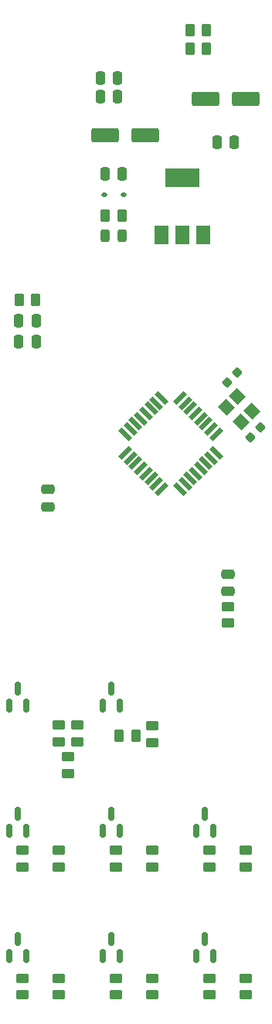
<source format=gbp>
G04 #@! TF.GenerationSoftware,KiCad,Pcbnew,8.0.5*
G04 #@! TF.CreationDate,2024-11-11T16:03:41-05:00*
G04 #@! TF.ProjectId,main,6d61696e-2e6b-4696-9361-645f70636258,rev?*
G04 #@! TF.SameCoordinates,Original*
G04 #@! TF.FileFunction,Paste,Bot*
G04 #@! TF.FilePolarity,Positive*
%FSLAX46Y46*%
G04 Gerber Fmt 4.6, Leading zero omitted, Abs format (unit mm)*
G04 Created by KiCad (PCBNEW 8.0.5) date 2024-11-11 16:03:41*
%MOMM*%
%LPD*%
G01*
G04 APERTURE LIST*
G04 Aperture macros list*
%AMRoundRect*
0 Rectangle with rounded corners*
0 $1 Rounding radius*
0 $2 $3 $4 $5 $6 $7 $8 $9 X,Y pos of 4 corners*
0 Add a 4 corners polygon primitive as box body*
4,1,4,$2,$3,$4,$5,$6,$7,$8,$9,$2,$3,0*
0 Add four circle primitives for the rounded corners*
1,1,$1+$1,$2,$3*
1,1,$1+$1,$4,$5*
1,1,$1+$1,$6,$7*
1,1,$1+$1,$8,$9*
0 Add four rect primitives between the rounded corners*
20,1,$1+$1,$2,$3,$4,$5,0*
20,1,$1+$1,$4,$5,$6,$7,0*
20,1,$1+$1,$6,$7,$8,$9,0*
20,1,$1+$1,$8,$9,$2,$3,0*%
%AMRotRect*
0 Rectangle, with rotation*
0 The origin of the aperture is its center*
0 $1 length*
0 $2 width*
0 $3 Rotation angle, in degrees counterclockwise*
0 Add horizontal line*
21,1,$1,$2,0,0,$3*%
G04 Aperture macros list end*
%ADD10RoundRect,0.250000X0.450000X-0.262500X0.450000X0.262500X-0.450000X0.262500X-0.450000X-0.262500X0*%
%ADD11RoundRect,0.243750X-0.243750X-0.456250X0.243750X-0.456250X0.243750X0.456250X-0.243750X0.456250X0*%
%ADD12RoundRect,0.250000X0.262500X0.450000X-0.262500X0.450000X-0.262500X-0.450000X0.262500X-0.450000X0*%
%ADD13RoundRect,0.150000X0.150000X-0.587500X0.150000X0.587500X-0.150000X0.587500X-0.150000X-0.587500X0*%
%ADD14RoundRect,0.250000X0.475000X-0.250000X0.475000X0.250000X-0.475000X0.250000X-0.475000X-0.250000X0*%
%ADD15RotRect,1.600000X0.550000X225.000000*%
%ADD16RotRect,1.600000X0.550000X135.000000*%
%ADD17RoundRect,0.225000X0.017678X-0.335876X0.335876X-0.017678X-0.017678X0.335876X-0.335876X0.017678X0*%
%ADD18RoundRect,0.250000X-0.262500X-0.450000X0.262500X-0.450000X0.262500X0.450000X-0.262500X0.450000X0*%
%ADD19R,1.500000X2.000000*%
%ADD20R,3.800000X2.000000*%
%ADD21RoundRect,0.250000X0.250000X0.475000X-0.250000X0.475000X-0.250000X-0.475000X0.250000X-0.475000X0*%
%ADD22RoundRect,0.250000X-0.250000X-0.475000X0.250000X-0.475000X0.250000X0.475000X-0.250000X0.475000X0*%
%ADD23RoundRect,0.250000X-0.475000X0.250000X-0.475000X-0.250000X0.475000X-0.250000X0.475000X0.250000X0*%
%ADD24RoundRect,0.250000X-1.250000X-0.550000X1.250000X-0.550000X1.250000X0.550000X-1.250000X0.550000X0*%
%ADD25RotRect,1.400000X1.200000X315.000000*%
%ADD26RoundRect,0.250000X1.250000X0.550000X-1.250000X0.550000X-1.250000X-0.550000X1.250000X-0.550000X0*%
%ADD27RoundRect,0.112500X0.187500X0.112500X-0.187500X0.112500X-0.187500X-0.112500X0.187500X-0.112500X0*%
G04 APERTURE END LIST*
D10*
X22750000Y-126662500D03*
X22750000Y-124837500D03*
X37000000Y-126662500D03*
X37000000Y-124837500D03*
D11*
X31812500Y-43500000D03*
X33687500Y-43500000D03*
D12*
X35162500Y-98250000D03*
X33337500Y-98250000D03*
D10*
X28750000Y-98912500D03*
X28750000Y-97087500D03*
D13*
X33450000Y-108687500D03*
X31550000Y-108687500D03*
X32500000Y-106812500D03*
D10*
X43250000Y-126662500D03*
X43250000Y-124837500D03*
X37000000Y-99000000D03*
X37000000Y-97175000D03*
D13*
X33450000Y-94937500D03*
X31550000Y-94937500D03*
X32500000Y-93062500D03*
D14*
X45250000Y-82450000D03*
X45250000Y-80550000D03*
D15*
X40025305Y-61264897D03*
X40590990Y-61830583D03*
X41156676Y-62396268D03*
X41722361Y-62961953D03*
X42288047Y-63527639D03*
X42853732Y-64093324D03*
X43419417Y-64659010D03*
X43985103Y-65224695D03*
D16*
X43985103Y-67275305D03*
X43419417Y-67840990D03*
X42853732Y-68406676D03*
X42288047Y-68972361D03*
X41722361Y-69538047D03*
X41156676Y-70103732D03*
X40590990Y-70669417D03*
X40025305Y-71235103D03*
D15*
X37974695Y-71235103D03*
X37409010Y-70669417D03*
X36843324Y-70103732D03*
X36277639Y-69538047D03*
X35711953Y-68972361D03*
X35146268Y-68406676D03*
X34580583Y-67840990D03*
X34014897Y-67275305D03*
D16*
X34014897Y-65224695D03*
X34580583Y-64659010D03*
X35146268Y-64093324D03*
X35711953Y-63527639D03*
X36277639Y-62961953D03*
X36843324Y-62396268D03*
X37409010Y-61830583D03*
X37974695Y-61264897D03*
D17*
X45201992Y-59548008D03*
X46298008Y-58451992D03*
D10*
X22750000Y-112662500D03*
X22750000Y-110837500D03*
D13*
X43700000Y-122437500D03*
X41800000Y-122437500D03*
X42750000Y-120562500D03*
D10*
X47250000Y-112662500D03*
X47250000Y-110837500D03*
X37000000Y-112662500D03*
X37000000Y-110837500D03*
D18*
X41087500Y-23000000D03*
X42912500Y-23000000D03*
D12*
X33662500Y-41250000D03*
X31837500Y-41250000D03*
D19*
X42550000Y-43400000D03*
X40250000Y-43400000D03*
D20*
X40250000Y-37100000D03*
D19*
X37950000Y-43400000D03*
D10*
X26750000Y-112662500D03*
X26750000Y-110837500D03*
X26750000Y-98912500D03*
X26750000Y-97087500D03*
D21*
X33200000Y-28250000D03*
X31300000Y-28250000D03*
D22*
X22350000Y-55100000D03*
X24250000Y-55100000D03*
D10*
X45250000Y-85912500D03*
X45250000Y-84087500D03*
X43250000Y-112662500D03*
X43250000Y-110837500D03*
D13*
X33450000Y-122437500D03*
X31550000Y-122437500D03*
X32500000Y-120562500D03*
D23*
X25500000Y-71300000D03*
X25500000Y-73200000D03*
D13*
X43700000Y-108687500D03*
X41800000Y-108687500D03*
X42750000Y-106812500D03*
D18*
X22387500Y-50500000D03*
X24212500Y-50500000D03*
D22*
X44050000Y-33250000D03*
X45950000Y-33250000D03*
D10*
X33000000Y-126662500D03*
X33000000Y-124837500D03*
D13*
X23200000Y-94937500D03*
X21300000Y-94937500D03*
X22250000Y-93062500D03*
D24*
X42800000Y-28500000D03*
X47200000Y-28500000D03*
D10*
X27750000Y-102412500D03*
X27750000Y-100587500D03*
X33000000Y-112662500D03*
X33000000Y-110837500D03*
D21*
X24250000Y-52800000D03*
X22350000Y-52800000D03*
D25*
X46323223Y-61121142D03*
X47878858Y-62676777D03*
X46676777Y-63878858D03*
X45121142Y-62323223D03*
D13*
X23200000Y-122437500D03*
X21300000Y-122437500D03*
X22250000Y-120562500D03*
D17*
X47701992Y-65548008D03*
X48798008Y-64451992D03*
D26*
X36200000Y-32500000D03*
X31800000Y-32500000D03*
D21*
X33200000Y-26250000D03*
X31300000Y-26250000D03*
D27*
X33800000Y-39000000D03*
X31700000Y-39000000D03*
D18*
X41087500Y-21000000D03*
X42912500Y-21000000D03*
D13*
X23200000Y-108687500D03*
X21300000Y-108687500D03*
X22250000Y-106812500D03*
D21*
X33700000Y-36750000D03*
X31800000Y-36750000D03*
D10*
X47250000Y-126662500D03*
X47250000Y-124837500D03*
X26750000Y-126662500D03*
X26750000Y-124837500D03*
M02*

</source>
